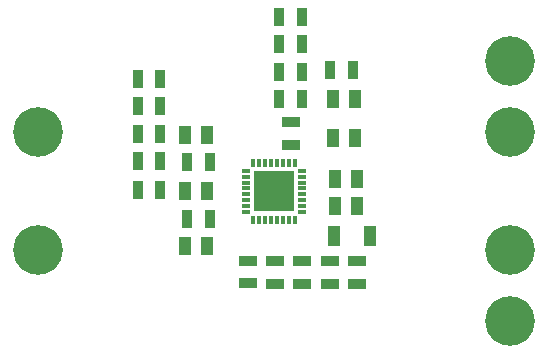
<source format=gbs>
G04*
G04 #@! TF.GenerationSoftware,Altium Limited,Altium Designer,21.9.1 (22)*
G04*
G04 Layer_Color=16711935*
%FSLAX44Y44*%
%MOMM*%
G71*
G04*
G04 #@! TF.SameCoordinates,2345FEB6-A16B-4DA5-A685-52EC4FAC100B*
G04*
G04*
G04 #@! TF.FilePolarity,Negative*
G04*
G01*
G75*
%ADD21C,4.2032*%
%ADD40R,0.3316X0.7016*%
%ADD41R,0.7016X0.3316*%
%ADD42R,3.4016X3.4016*%
%ADD43R,1.5032X0.9032*%
%ADD44R,1.1032X1.8032*%
%ADD45R,1.1032X1.5032*%
%ADD46R,0.9032X1.5032*%
D21*
X50000Y300000D02*
D03*
Y200000D02*
D03*
X450000Y360000D02*
D03*
Y300000D02*
D03*
Y200000D02*
D03*
Y140000D02*
D03*
D40*
X247500Y273500D02*
D03*
X242500D02*
D03*
X237500D02*
D03*
X232500D02*
D03*
Y225500D02*
D03*
X247500D02*
D03*
X242500D02*
D03*
X237500D02*
D03*
X252500Y273500D02*
D03*
X257500D02*
D03*
X262500D02*
D03*
X252500Y225500D02*
D03*
X257500D02*
D03*
X262500D02*
D03*
X267500D02*
D03*
Y273500D02*
D03*
D41*
X226000Y267000D02*
D03*
Y262000D02*
D03*
Y257000D02*
D03*
Y252000D02*
D03*
Y247000D02*
D03*
Y242000D02*
D03*
Y237000D02*
D03*
Y232000D02*
D03*
X274000D02*
D03*
Y237000D02*
D03*
Y242000D02*
D03*
Y247000D02*
D03*
Y252000D02*
D03*
Y257000D02*
D03*
Y262000D02*
D03*
Y267000D02*
D03*
D42*
X250000Y250000D02*
D03*
D43*
X228000Y191000D02*
D03*
Y172000D02*
D03*
X251000Y171500D02*
D03*
Y190500D02*
D03*
X274000Y190500D02*
D03*
Y171500D02*
D03*
X297000Y171500D02*
D03*
Y190500D02*
D03*
X320000Y190500D02*
D03*
Y171500D02*
D03*
X264000Y289000D02*
D03*
Y308000D02*
D03*
D44*
X300500Y212000D02*
D03*
X331500D02*
D03*
D45*
X320500Y237000D02*
D03*
X301500D02*
D03*
X301500Y260000D02*
D03*
X320500D02*
D03*
X318500Y295000D02*
D03*
X299500D02*
D03*
X299500Y328000D02*
D03*
X318500D02*
D03*
X193500Y203000D02*
D03*
X174500D02*
D03*
X174500Y250000D02*
D03*
X193500D02*
D03*
X174500Y297000D02*
D03*
X193500D02*
D03*
D46*
X316500Y352000D02*
D03*
X297500D02*
D03*
X254500Y328000D02*
D03*
X273500D02*
D03*
X254500Y351000D02*
D03*
X273500D02*
D03*
X254500Y374000D02*
D03*
X273500D02*
D03*
X273500Y397000D02*
D03*
X254500D02*
D03*
X195500Y226000D02*
D03*
X176500D02*
D03*
X195500Y274000D02*
D03*
X176500D02*
D03*
X153500Y251000D02*
D03*
X134500D02*
D03*
X134500Y275000D02*
D03*
X153500D02*
D03*
X153500Y298000D02*
D03*
X134500D02*
D03*
X153500Y322000D02*
D03*
X134500D02*
D03*
X153500Y345000D02*
D03*
X134500D02*
D03*
M02*

</source>
